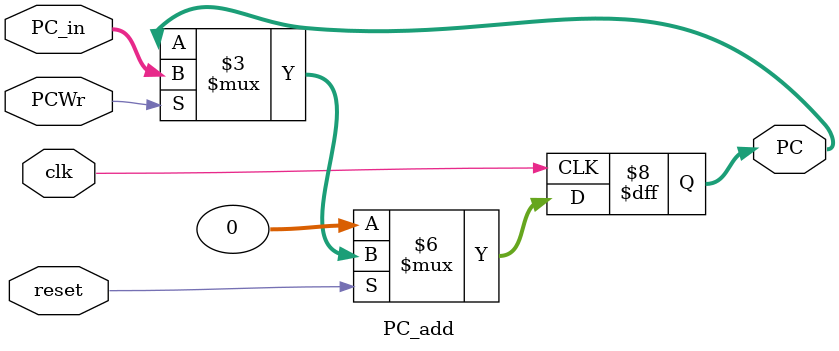
<source format=v>
`timescale 1ns/1ps

module PC_add (
	input reset,
	input clk,
	input PCWr,
    input [31:0] PC_in,
	output reg [31:0] PC,
);

parameter ILLOP = 32'h80000004;
parameter XADR = 32'h80000008;
parameter RESETPC = 32'h00000000;    // ONLY FOR DEBUG!
//parameter RESETPC = 32'h80000000;   

always@(posedge clk) begin
	if(~reset) begin
		PC <= RESETPC;
	end
	else if(PCWr) begin
    	PC<=PC_in;
	end
end

endmodule
</source>
